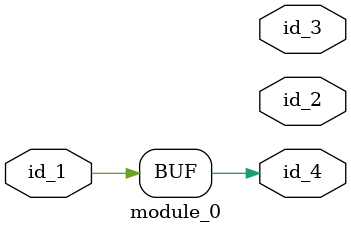
<source format=v>
module module_0 (
    id_1,
    id_2,
    id_3,
    id_4
);
  output id_4;
  output id_3;
  output id_2;
  inout id_1;
  initial begin
    id_4 <= !(id_1 ? 1 : id_1 | id_1);
    id_4 <= id_1;
  end
endmodule

</source>
